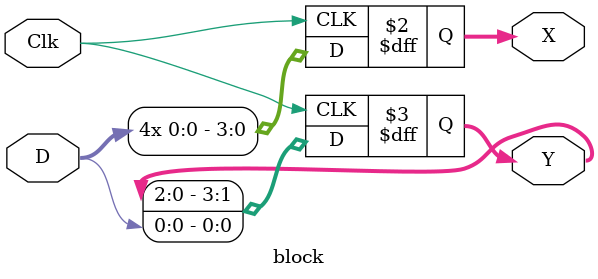
<source format=v>
module block (D, Clk, X, Y);
  input D, Clk;
  output [3:0] X, Y;
  reg [3:0] X, Y;

always @ (posedge Clk) begin
  X[0] = D;
  X[1] = X[0];
  X[2] = X[1];
  X[3] = X[2];

  Y[0] <= D;
  Y[1] <= Y[0];
  Y[2] <= Y[1];
  Y[3] <= Y[2];

end

endmodule // block

</source>
